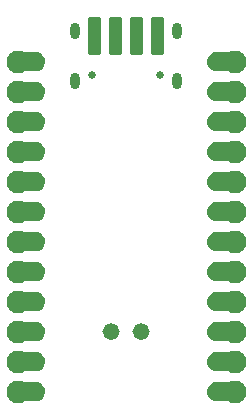
<source format=gbr>
%TF.GenerationSoftware,KiCad,Pcbnew,(5.1.10-6-gecec324121)-1*%
%TF.CreationDate,2021-07-07T13:29:10-07:00*%
%TF.ProjectId,SparkFun_ProMicro-RP2040,53706172-6b46-4756-9e5f-50726f4d6963,rev?*%
%TF.SameCoordinates,Original*%
%TF.FileFunction,Soldermask,Bot*%
%TF.FilePolarity,Negative*%
%FSLAX46Y46*%
G04 Gerber Fmt 4.6, Leading zero omitted, Abs format (unit mm)*
G04 Created by KiCad (PCBNEW (5.1.10-6-gecec324121)-1) date 2021-07-07 13:29:10*
%MOMM*%
%LPD*%
G01*
G04 APERTURE LIST*
%ADD10C,0.100000*%
%ADD11C,1.953200*%
%ADD12C,1.219200*%
%ADD13O,0.803200X1.403200*%
%ADD14C,0.650000*%
G04 APERTURE END LIST*
D10*
%TO.C,J3*%
G36*
X139611100Y-93129100D02*
G01*
X140881100Y-93129100D01*
X140881101Y-93129100D01*
X141083404Y-93089941D01*
X141269405Y-93001266D01*
X141427200Y-92868750D01*
X141546689Y-92700874D01*
X141643100Y-92303600D01*
X141615791Y-92100776D01*
X141540172Y-91910604D01*
X141420744Y-91744410D01*
X141264619Y-91612090D01*
X141081095Y-91521523D01*
X140881100Y-91478100D01*
X139611100Y-91478100D01*
X139611100Y-93129100D01*
G37*
G36*
X139611100Y-95669100D02*
G01*
X140881100Y-95669100D01*
X140881101Y-95669100D01*
X141083404Y-95629941D01*
X141269405Y-95541266D01*
X141427200Y-95408750D01*
X141546689Y-95240874D01*
X141643100Y-94843600D01*
X141615791Y-94640776D01*
X141540172Y-94450604D01*
X141420744Y-94284410D01*
X141264619Y-94152090D01*
X141081095Y-94061523D01*
X140881100Y-94018100D01*
X139611100Y-94018100D01*
X139611100Y-95669100D01*
G37*
G36*
X139611100Y-98209100D02*
G01*
X140881100Y-98209100D01*
X140881101Y-98209100D01*
X141083404Y-98169941D01*
X141269405Y-98081266D01*
X141427200Y-97948750D01*
X141546689Y-97780874D01*
X141643100Y-97383600D01*
X141615791Y-97180776D01*
X141540172Y-96990604D01*
X141420744Y-96824410D01*
X141264619Y-96692090D01*
X141081095Y-96601523D01*
X140881100Y-96558100D01*
X139611100Y-96558100D01*
X139611100Y-98209100D01*
G37*
G36*
X139611100Y-100749100D02*
G01*
X140881100Y-100749100D01*
X140881101Y-100749100D01*
X141083404Y-100709941D01*
X141269405Y-100621266D01*
X141427200Y-100488750D01*
X141546689Y-100320874D01*
X141643100Y-99923600D01*
X141615791Y-99720776D01*
X141540172Y-99530604D01*
X141420744Y-99364410D01*
X141264619Y-99232090D01*
X141081095Y-99141523D01*
X140881100Y-99098100D01*
X139611100Y-99098100D01*
X139611100Y-100749100D01*
G37*
G36*
X139611100Y-103289100D02*
G01*
X140881100Y-103289100D01*
X140881101Y-103289100D01*
X141083404Y-103249941D01*
X141269405Y-103161266D01*
X141427200Y-103028750D01*
X141546689Y-102860874D01*
X141643100Y-102463600D01*
X141615791Y-102260776D01*
X141540172Y-102070604D01*
X141420744Y-101904410D01*
X141264619Y-101772090D01*
X141081095Y-101681523D01*
X140881100Y-101638100D01*
X139611100Y-101638100D01*
X139611100Y-103289100D01*
G37*
G36*
X139611100Y-105829100D02*
G01*
X140881100Y-105829100D01*
X140881101Y-105829100D01*
X141083404Y-105789941D01*
X141269405Y-105701266D01*
X141427200Y-105568750D01*
X141546689Y-105400874D01*
X141643100Y-105003600D01*
X141615791Y-104800776D01*
X141540172Y-104610604D01*
X141420744Y-104444410D01*
X141264619Y-104312090D01*
X141081095Y-104221523D01*
X140881100Y-104178100D01*
X139611100Y-104178100D01*
X139611100Y-105829100D01*
G37*
G36*
X139611100Y-108369100D02*
G01*
X140881100Y-108369100D01*
X140881101Y-108369100D01*
X141083404Y-108329941D01*
X141269405Y-108241266D01*
X141427200Y-108108750D01*
X141546689Y-107940874D01*
X141643100Y-107543600D01*
X141615791Y-107340776D01*
X141540172Y-107150604D01*
X141420744Y-106984410D01*
X141264619Y-106852090D01*
X141081095Y-106761523D01*
X140881100Y-106718100D01*
X139611100Y-106718100D01*
X139611100Y-108369100D01*
G37*
G36*
X139611100Y-110909100D02*
G01*
X140881100Y-110909100D01*
X140881101Y-110909100D01*
X141083404Y-110869941D01*
X141269405Y-110781266D01*
X141427200Y-110648750D01*
X141546689Y-110480874D01*
X141643100Y-110083600D01*
X141615791Y-109880776D01*
X141540172Y-109690604D01*
X141420744Y-109524410D01*
X141264619Y-109392090D01*
X141081095Y-109301523D01*
X140881100Y-109258100D01*
X139611100Y-109258100D01*
X139611100Y-110909100D01*
G37*
G36*
X139611100Y-113449100D02*
G01*
X140881100Y-113449100D01*
X140881101Y-113449100D01*
X141083404Y-113409941D01*
X141269405Y-113321266D01*
X141427200Y-113188750D01*
X141546689Y-113020874D01*
X141643100Y-112623600D01*
X141615791Y-112420776D01*
X141540172Y-112230604D01*
X141420744Y-112064410D01*
X141264619Y-111932090D01*
X141081095Y-111841523D01*
X140881100Y-111798100D01*
X139611100Y-111798100D01*
X139611100Y-113449100D01*
G37*
G36*
X139611100Y-115989100D02*
G01*
X140881100Y-115989100D01*
X140881101Y-115989100D01*
X141083404Y-115949941D01*
X141269405Y-115861266D01*
X141427200Y-115728750D01*
X141546689Y-115560874D01*
X141643100Y-115163600D01*
X141615791Y-114960776D01*
X141540172Y-114770604D01*
X141420744Y-114604410D01*
X141264619Y-114472090D01*
X141081095Y-114381523D01*
X140881100Y-114338100D01*
X139611100Y-114338100D01*
X139611100Y-115989100D01*
G37*
G36*
X139611100Y-118529100D02*
G01*
X140881100Y-118529100D01*
X140881101Y-118529100D01*
X141083404Y-118489941D01*
X141269405Y-118401266D01*
X141427200Y-118268750D01*
X141546689Y-118100874D01*
X141643100Y-117703600D01*
X141615791Y-117500776D01*
X141540172Y-117310604D01*
X141420744Y-117144410D01*
X141264619Y-117012090D01*
X141081095Y-116921523D01*
X140881100Y-116878100D01*
X139611100Y-116878100D01*
X139611100Y-118529100D01*
G37*
G36*
X139611100Y-121069100D02*
G01*
X140881100Y-121069100D01*
X140881101Y-121069100D01*
X141083404Y-121029941D01*
X141269405Y-120941266D01*
X141427200Y-120808750D01*
X141546690Y-120640874D01*
X141643100Y-120243600D01*
X141643100Y-120243599D01*
X141615791Y-120040775D01*
X141540172Y-119850603D01*
X141420744Y-119684409D01*
X141264619Y-119552089D01*
X141081095Y-119461522D01*
X140881100Y-119418100D01*
X139611100Y-119418100D01*
X139611100Y-121069100D01*
G37*
%TO.C,J4*%
G36*
X157391100Y-119418100D02*
G01*
X156121100Y-119418100D01*
X156121099Y-119418100D01*
X155918796Y-119457259D01*
X155732795Y-119545934D01*
X155575000Y-119678450D01*
X155455511Y-119846326D01*
X155359100Y-120243600D01*
X155386409Y-120446424D01*
X155462028Y-120636596D01*
X155581456Y-120802790D01*
X155737581Y-120935110D01*
X155921105Y-121025677D01*
X156121100Y-121069100D01*
X157391100Y-121069100D01*
X157391100Y-119418100D01*
G37*
G36*
X157391100Y-116878100D02*
G01*
X156121100Y-116878100D01*
X156121099Y-116878100D01*
X155918796Y-116917259D01*
X155732795Y-117005934D01*
X155575000Y-117138450D01*
X155455511Y-117306326D01*
X155359100Y-117703600D01*
X155386409Y-117906424D01*
X155462028Y-118096596D01*
X155581456Y-118262790D01*
X155737581Y-118395110D01*
X155921105Y-118485677D01*
X156121100Y-118529100D01*
X157391100Y-118529100D01*
X157391100Y-116878100D01*
G37*
G36*
X157391100Y-114338100D02*
G01*
X156121100Y-114338100D01*
X156121099Y-114338100D01*
X155918796Y-114377259D01*
X155732795Y-114465934D01*
X155575000Y-114598450D01*
X155455511Y-114766326D01*
X155359100Y-115163600D01*
X155386409Y-115366424D01*
X155462028Y-115556596D01*
X155581456Y-115722790D01*
X155737581Y-115855110D01*
X155921105Y-115945677D01*
X156121100Y-115989100D01*
X157391100Y-115989100D01*
X157391100Y-114338100D01*
G37*
G36*
X157391100Y-111798100D02*
G01*
X156121100Y-111798100D01*
X156121099Y-111798100D01*
X155918796Y-111837259D01*
X155732795Y-111925934D01*
X155575000Y-112058450D01*
X155455511Y-112226326D01*
X155359100Y-112623600D01*
X155386409Y-112826424D01*
X155462028Y-113016596D01*
X155581456Y-113182790D01*
X155737581Y-113315110D01*
X155921105Y-113405677D01*
X156121100Y-113449100D01*
X157391100Y-113449100D01*
X157391100Y-111798100D01*
G37*
G36*
X157391100Y-109258100D02*
G01*
X156121100Y-109258100D01*
X156121099Y-109258100D01*
X155918796Y-109297259D01*
X155732795Y-109385934D01*
X155575000Y-109518450D01*
X155455511Y-109686326D01*
X155359100Y-110083600D01*
X155386409Y-110286424D01*
X155462028Y-110476596D01*
X155581456Y-110642790D01*
X155737581Y-110775110D01*
X155921105Y-110865677D01*
X156121100Y-110909100D01*
X157391100Y-110909100D01*
X157391100Y-109258100D01*
G37*
G36*
X157391100Y-106718100D02*
G01*
X156121100Y-106718100D01*
X156121099Y-106718100D01*
X155918796Y-106757259D01*
X155732795Y-106845934D01*
X155575000Y-106978450D01*
X155455511Y-107146326D01*
X155359100Y-107543600D01*
X155386409Y-107746424D01*
X155462028Y-107936596D01*
X155581456Y-108102790D01*
X155737581Y-108235110D01*
X155921105Y-108325677D01*
X156121100Y-108369100D01*
X157391100Y-108369100D01*
X157391100Y-106718100D01*
G37*
G36*
X157391100Y-104178100D02*
G01*
X156121100Y-104178100D01*
X156121099Y-104178100D01*
X155918796Y-104217259D01*
X155732795Y-104305934D01*
X155575000Y-104438450D01*
X155455511Y-104606326D01*
X155359100Y-105003600D01*
X155386409Y-105206424D01*
X155462028Y-105396596D01*
X155581456Y-105562790D01*
X155737581Y-105695110D01*
X155921105Y-105785677D01*
X156121100Y-105829100D01*
X157391100Y-105829100D01*
X157391100Y-104178100D01*
G37*
G36*
X157391100Y-101638100D02*
G01*
X156121100Y-101638100D01*
X156121099Y-101638100D01*
X155918796Y-101677259D01*
X155732795Y-101765934D01*
X155575000Y-101898450D01*
X155455511Y-102066326D01*
X155359100Y-102463600D01*
X155386409Y-102666424D01*
X155462028Y-102856596D01*
X155581456Y-103022790D01*
X155737581Y-103155110D01*
X155921105Y-103245677D01*
X156121100Y-103289100D01*
X157391100Y-103289100D01*
X157391100Y-101638100D01*
G37*
G36*
X157391100Y-99098100D02*
G01*
X156121100Y-99098100D01*
X156121099Y-99098100D01*
X155918796Y-99137259D01*
X155732795Y-99225934D01*
X155575000Y-99358450D01*
X155455511Y-99526326D01*
X155359100Y-99923600D01*
X155386409Y-100126424D01*
X155462028Y-100316596D01*
X155581456Y-100482790D01*
X155737581Y-100615110D01*
X155921105Y-100705677D01*
X156121100Y-100749100D01*
X157391100Y-100749100D01*
X157391100Y-99098100D01*
G37*
G36*
X157391100Y-96558100D02*
G01*
X156121100Y-96558100D01*
X156121099Y-96558100D01*
X155918796Y-96597259D01*
X155732795Y-96685934D01*
X155575000Y-96818450D01*
X155455511Y-96986326D01*
X155359100Y-97383600D01*
X155386409Y-97586424D01*
X155462028Y-97776596D01*
X155581456Y-97942790D01*
X155737581Y-98075110D01*
X155921105Y-98165677D01*
X156121100Y-98209100D01*
X157391100Y-98209100D01*
X157391100Y-96558100D01*
G37*
G36*
X157391100Y-94018100D02*
G01*
X156121100Y-94018100D01*
X156121099Y-94018100D01*
X155918796Y-94057259D01*
X155732795Y-94145934D01*
X155575000Y-94278450D01*
X155455511Y-94446326D01*
X155359100Y-94843600D01*
X155386409Y-95046424D01*
X155462028Y-95236596D01*
X155581456Y-95402790D01*
X155737581Y-95535110D01*
X155921105Y-95625677D01*
X156121100Y-95669100D01*
X157391100Y-95669100D01*
X157391100Y-94018100D01*
G37*
G36*
X157391100Y-91478100D02*
G01*
X156121100Y-91478100D01*
X156121099Y-91478100D01*
X155918796Y-91517259D01*
X155732795Y-91605934D01*
X155575000Y-91738450D01*
X155455510Y-91906326D01*
X155359100Y-92303600D01*
X155359100Y-92303601D01*
X155386409Y-92506425D01*
X155462028Y-92696597D01*
X155581456Y-92862791D01*
X155737581Y-92995111D01*
X155921105Y-93085678D01*
X156121100Y-93129100D01*
X157391100Y-93129100D01*
X157391100Y-91478100D01*
G37*
%TD*%
D11*
%TO.C,J3*%
X139311100Y-120243600D03*
X139311100Y-117703600D03*
X139311100Y-115163600D03*
X139311100Y-112623600D03*
X139311100Y-110083600D03*
X139311100Y-107543600D03*
X139311100Y-105003600D03*
X139311100Y-102463600D03*
X139311100Y-99923600D03*
X139311100Y-97383600D03*
X139311100Y-94843600D03*
X139311100Y-92303600D03*
D12*
X140881100Y-120243600D03*
X140881100Y-117703600D03*
X140881100Y-112623600D03*
X140881100Y-115163600D03*
X140881100Y-110083600D03*
X140881100Y-92303600D03*
X140881100Y-99923600D03*
X140881100Y-94843600D03*
X140881100Y-97383600D03*
X140881100Y-107543600D03*
X140881100Y-102463600D03*
X140881100Y-105003600D03*
%TD*%
D11*
%TO.C,J4*%
X157691100Y-92303600D03*
X157691100Y-94843600D03*
X157691100Y-97383600D03*
X157691100Y-99923600D03*
X157691100Y-102463600D03*
X157691100Y-105003600D03*
X157691100Y-107543600D03*
X157691100Y-110083600D03*
X157691100Y-112623600D03*
X157691100Y-115163600D03*
X157691100Y-117703600D03*
X157691100Y-120243600D03*
D12*
X156121100Y-92303600D03*
X156121100Y-94843600D03*
X156121100Y-99923600D03*
X156121100Y-97383600D03*
X156121100Y-102463600D03*
X156121100Y-120243600D03*
X156121100Y-112623600D03*
X156121100Y-117703600D03*
X156121100Y-115163600D03*
X156121100Y-105003600D03*
X156121100Y-110083600D03*
X156121100Y-107543600D03*
%TD*%
%TO.C,JP14*%
G36*
G01*
X146284100Y-91746200D02*
X145384100Y-91746200D01*
G75*
G02*
X145282500Y-91644600I0J101600D01*
G01*
X145282500Y-88644600D01*
G75*
G02*
X145384100Y-88543000I101600J0D01*
G01*
X146284100Y-88543000D01*
G75*
G02*
X146385700Y-88644600I0J-101600D01*
G01*
X146385700Y-91644600D01*
G75*
G02*
X146284100Y-91746200I-101600J0D01*
G01*
G37*
G36*
G01*
X148062100Y-91746200D02*
X147162100Y-91746200D01*
G75*
G02*
X147060500Y-91644600I0J101600D01*
G01*
X147060500Y-88644600D01*
G75*
G02*
X147162100Y-88543000I101600J0D01*
G01*
X148062100Y-88543000D01*
G75*
G02*
X148163700Y-88644600I0J-101600D01*
G01*
X148163700Y-91644600D01*
G75*
G02*
X148062100Y-91746200I-101600J0D01*
G01*
G37*
G36*
G01*
X151618100Y-91746200D02*
X150718100Y-91746200D01*
G75*
G02*
X150616500Y-91644600I0J101600D01*
G01*
X150616500Y-88644600D01*
G75*
G02*
X150718100Y-88543000I101600J0D01*
G01*
X151618100Y-88543000D01*
G75*
G02*
X151719700Y-88644600I0J-101600D01*
G01*
X151719700Y-91644600D01*
G75*
G02*
X151618100Y-91746200I-101600J0D01*
G01*
G37*
G36*
G01*
X149840100Y-91746200D02*
X148940100Y-91746200D01*
G75*
G02*
X148838500Y-91644600I0J101600D01*
G01*
X148838500Y-88644600D01*
G75*
G02*
X148940100Y-88543000I101600J0D01*
G01*
X149840100Y-88543000D01*
G75*
G02*
X149941700Y-88644600I0J-101600D01*
G01*
X149941700Y-91644600D01*
G75*
G02*
X149840100Y-91746200I-101600J0D01*
G01*
G37*
%TD*%
D13*
%TO.C,J5*%
X152819100Y-93928600D03*
X144183100Y-93928600D03*
X144183100Y-89748600D03*
X152819100Y-89748600D03*
D14*
X145611100Y-93398600D03*
X151391100Y-93398600D03*
%TD*%
%TO.C,TP1*%
G36*
G01*
X147967700Y-115163600D02*
X147967700Y-115163600D01*
G75*
G02*
X147231100Y-115900200I-736600J0D01*
G01*
X147231100Y-115900200D01*
G75*
G02*
X146494500Y-115163600I0J736600D01*
G01*
X146494500Y-115163600D01*
G75*
G02*
X147231100Y-114427000I736600J0D01*
G01*
X147231100Y-114427000D01*
G75*
G02*
X147967700Y-115163600I0J-736600D01*
G01*
G37*
%TD*%
%TO.C,TP2*%
G36*
G01*
X150507700Y-115163600D02*
X150507700Y-115163600D01*
G75*
G02*
X149771100Y-115900200I-736600J0D01*
G01*
X149771100Y-115900200D01*
G75*
G02*
X149034500Y-115163600I0J736600D01*
G01*
X149034500Y-115163600D01*
G75*
G02*
X149771100Y-114427000I736600J0D01*
G01*
X149771100Y-114427000D01*
G75*
G02*
X150507700Y-115163600I0J-736600D01*
G01*
G37*
%TD*%
M02*

</source>
